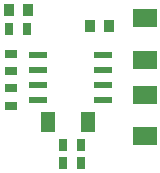
<source format=gtp>
G04*
G04 #@! TF.GenerationSoftware,Altium Limited,Altium Designer,22.4.2 (48)*
G04*
G04 Layer_Color=8421504*
%FSLAX44Y44*%
%MOMM*%
G71*
G04*
G04 #@! TF.SameCoordinates,9B9F8FC9-ABE2-414B-8338-F90C526896C9*
G04*
G04*
G04 #@! TF.FilePolarity,Positive*
G04*
G01*
G75*
%ADD13R,1.5000X0.6000*%
%ADD14R,2.0000X1.5000*%
%ADD15R,0.7500X1.0000*%
%ADD16R,0.9500X1.0000*%
%ADD17R,1.1500X1.8000*%
%ADD18R,1.0000X0.7500*%
D13*
X105090Y130810D02*
D03*
Y143510D02*
D03*
Y156210D02*
D03*
Y168910D02*
D03*
X50090Y130810D02*
D03*
Y143510D02*
D03*
Y156210D02*
D03*
Y168910D02*
D03*
D14*
X140000Y200000D02*
D03*
Y100000D02*
D03*
Y135000D02*
D03*
Y165000D02*
D03*
D15*
X25520Y190500D02*
D03*
X40520D02*
D03*
X71240Y92710D02*
D03*
X86240D02*
D03*
X71240Y77470D02*
D03*
X86240D02*
D03*
D16*
X25520Y207010D02*
D03*
X41520D02*
D03*
X93600Y193040D02*
D03*
X109600D02*
D03*
D17*
X92000Y111760D02*
D03*
X58000D02*
D03*
D18*
X26670Y140850D02*
D03*
Y125850D02*
D03*
Y155060D02*
D03*
Y170060D02*
D03*
M02*

</source>
